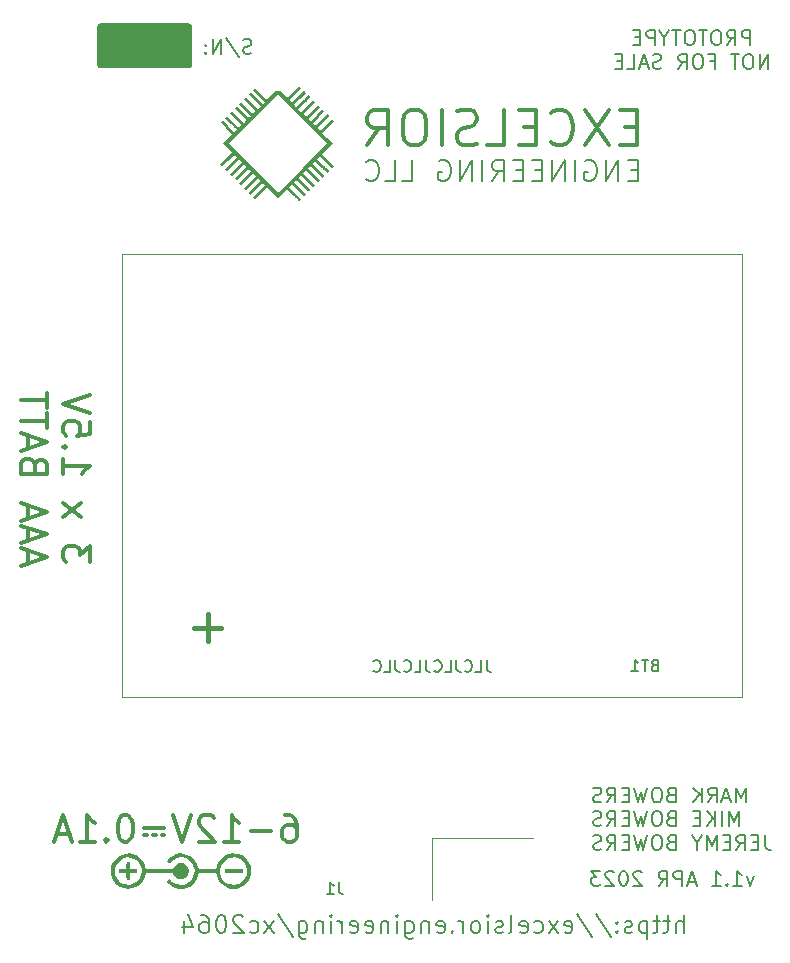
<source format=gbo>
G04 #@! TF.GenerationSoftware,KiCad,Pcbnew,6.0.10-86aedd382b~118~ubuntu22.04.1*
G04 #@! TF.CreationDate,2023-04-18T16:49:58-04:00*
G04 #@! TF.ProjectId,firstfpga-clock,66697273-7466-4706-9761-2d636c6f636b,rev?*
G04 #@! TF.SameCoordinates,Original*
G04 #@! TF.FileFunction,Legend,Bot*
G04 #@! TF.FilePolarity,Positive*
%FSLAX46Y46*%
G04 Gerber Fmt 4.6, Leading zero omitted, Abs format (unit mm)*
G04 Created by KiCad (PCBNEW 6.0.10-86aedd382b~118~ubuntu22.04.1) date 2023-04-18 16:49:58*
%MOMM*%
%LPD*%
G01*
G04 APERTURE LIST*
%ADD10C,0.200000*%
%ADD11C,0.300000*%
%ADD12C,0.153000*%
%ADD13C,0.150000*%
%ADD14C,0.450000*%
%ADD15C,0.120000*%
%ADD16C,6.000000*%
%ADD17C,2.100000*%
%ADD18C,1.750000*%
%ADD19C,1.700000*%
%ADD20O,1.300000X2.000000*%
%ADD21O,3.500000X2.200000*%
%ADD22R,2.500000X1.500000*%
%ADD23O,2.500000X1.500000*%
%ADD24R,1.700000X1.700000*%
%ADD25O,1.700000X1.700000*%
%ADD26R,4.700000X4.500000*%
%ADD27R,4.500000X4.900000*%
%ADD28R,2.600000X2.600000*%
%ADD29C,2.600000*%
G04 APERTURE END LIST*
D10*
X221940476Y-38559226D02*
X221940476Y-37309226D01*
X221464285Y-37309226D01*
X221345238Y-37368750D01*
X221285714Y-37428273D01*
X221226190Y-37547321D01*
X221226190Y-37725892D01*
X221285714Y-37844940D01*
X221345238Y-37904464D01*
X221464285Y-37963988D01*
X221940476Y-37963988D01*
X219976190Y-38559226D02*
X220392857Y-37963988D01*
X220690476Y-38559226D02*
X220690476Y-37309226D01*
X220214285Y-37309226D01*
X220095238Y-37368750D01*
X220035714Y-37428273D01*
X219976190Y-37547321D01*
X219976190Y-37725892D01*
X220035714Y-37844940D01*
X220095238Y-37904464D01*
X220214285Y-37963988D01*
X220690476Y-37963988D01*
X219202380Y-37309226D02*
X218964285Y-37309226D01*
X218845238Y-37368750D01*
X218726190Y-37487797D01*
X218666666Y-37725892D01*
X218666666Y-38142559D01*
X218726190Y-38380654D01*
X218845238Y-38499702D01*
X218964285Y-38559226D01*
X219202380Y-38559226D01*
X219321428Y-38499702D01*
X219440476Y-38380654D01*
X219500000Y-38142559D01*
X219500000Y-37725892D01*
X219440476Y-37487797D01*
X219321428Y-37368750D01*
X219202380Y-37309226D01*
X218309523Y-37309226D02*
X217595238Y-37309226D01*
X217952380Y-38559226D02*
X217952380Y-37309226D01*
X216940476Y-37309226D02*
X216702380Y-37309226D01*
X216583333Y-37368750D01*
X216464285Y-37487797D01*
X216404761Y-37725892D01*
X216404761Y-38142559D01*
X216464285Y-38380654D01*
X216583333Y-38499702D01*
X216702380Y-38559226D01*
X216940476Y-38559226D01*
X217059523Y-38499702D01*
X217178571Y-38380654D01*
X217238095Y-38142559D01*
X217238095Y-37725892D01*
X217178571Y-37487797D01*
X217059523Y-37368750D01*
X216940476Y-37309226D01*
X216047619Y-37309226D02*
X215333333Y-37309226D01*
X215690476Y-38559226D02*
X215690476Y-37309226D01*
X214678571Y-37963988D02*
X214678571Y-38559226D01*
X215095238Y-37309226D02*
X214678571Y-37963988D01*
X214261904Y-37309226D01*
X213845238Y-38559226D02*
X213845238Y-37309226D01*
X213369047Y-37309226D01*
X213250000Y-37368750D01*
X213190476Y-37428273D01*
X213130952Y-37547321D01*
X213130952Y-37725892D01*
X213190476Y-37844940D01*
X213250000Y-37904464D01*
X213369047Y-37963988D01*
X213845238Y-37963988D01*
X212595238Y-37904464D02*
X212178571Y-37904464D01*
X212000000Y-38559226D02*
X212595238Y-38559226D01*
X212595238Y-37309226D01*
X212000000Y-37309226D01*
X223458333Y-40571726D02*
X223458333Y-39321726D01*
X222744047Y-40571726D01*
X222744047Y-39321726D01*
X221910714Y-39321726D02*
X221672619Y-39321726D01*
X221553571Y-39381250D01*
X221434523Y-39500297D01*
X221375000Y-39738392D01*
X221375000Y-40155059D01*
X221434523Y-40393154D01*
X221553571Y-40512202D01*
X221672619Y-40571726D01*
X221910714Y-40571726D01*
X222029761Y-40512202D01*
X222148809Y-40393154D01*
X222208333Y-40155059D01*
X222208333Y-39738392D01*
X222148809Y-39500297D01*
X222029761Y-39381250D01*
X221910714Y-39321726D01*
X221017857Y-39321726D02*
X220303571Y-39321726D01*
X220660714Y-40571726D02*
X220660714Y-39321726D01*
X218517857Y-39916964D02*
X218934523Y-39916964D01*
X218934523Y-40571726D02*
X218934523Y-39321726D01*
X218339285Y-39321726D01*
X217625000Y-39321726D02*
X217386904Y-39321726D01*
X217267857Y-39381250D01*
X217148809Y-39500297D01*
X217089285Y-39738392D01*
X217089285Y-40155059D01*
X217148809Y-40393154D01*
X217267857Y-40512202D01*
X217386904Y-40571726D01*
X217625000Y-40571726D01*
X217744047Y-40512202D01*
X217863095Y-40393154D01*
X217922619Y-40155059D01*
X217922619Y-39738392D01*
X217863095Y-39500297D01*
X217744047Y-39381250D01*
X217625000Y-39321726D01*
X215839285Y-40571726D02*
X216255952Y-39976488D01*
X216553571Y-40571726D02*
X216553571Y-39321726D01*
X216077380Y-39321726D01*
X215958333Y-39381250D01*
X215898809Y-39440773D01*
X215839285Y-39559821D01*
X215839285Y-39738392D01*
X215898809Y-39857440D01*
X215958333Y-39916964D01*
X216077380Y-39976488D01*
X216553571Y-39976488D01*
X214410714Y-40512202D02*
X214232142Y-40571726D01*
X213934523Y-40571726D01*
X213815476Y-40512202D01*
X213755952Y-40452678D01*
X213696428Y-40333630D01*
X213696428Y-40214583D01*
X213755952Y-40095535D01*
X213815476Y-40036011D01*
X213934523Y-39976488D01*
X214172619Y-39916964D01*
X214291666Y-39857440D01*
X214351190Y-39797916D01*
X214410714Y-39678869D01*
X214410714Y-39559821D01*
X214351190Y-39440773D01*
X214291666Y-39381250D01*
X214172619Y-39321726D01*
X213875000Y-39321726D01*
X213696428Y-39381250D01*
X213220238Y-40214583D02*
X212625000Y-40214583D01*
X213339285Y-40571726D02*
X212922619Y-39321726D01*
X212505952Y-40571726D01*
X211494047Y-40571726D02*
X212089285Y-40571726D01*
X212089285Y-39321726D01*
X211077380Y-39916964D02*
X210660714Y-39916964D01*
X210482142Y-40571726D02*
X211077380Y-40571726D01*
X211077380Y-39321726D01*
X210482142Y-39321726D01*
D11*
X212382142Y-45485714D02*
X211382142Y-45485714D01*
X210953571Y-47057142D02*
X212382142Y-47057142D01*
X212382142Y-44057142D01*
X210953571Y-44057142D01*
X209953571Y-44057142D02*
X207953571Y-47057142D01*
X207953571Y-44057142D02*
X209953571Y-47057142D01*
X205096428Y-46771428D02*
X205239285Y-46914285D01*
X205667857Y-47057142D01*
X205953571Y-47057142D01*
X206382142Y-46914285D01*
X206667857Y-46628571D01*
X206810714Y-46342857D01*
X206953571Y-45771428D01*
X206953571Y-45342857D01*
X206810714Y-44771428D01*
X206667857Y-44485714D01*
X206382142Y-44200000D01*
X205953571Y-44057142D01*
X205667857Y-44057142D01*
X205239285Y-44200000D01*
X205096428Y-44342857D01*
X203810714Y-45485714D02*
X202810714Y-45485714D01*
X202382142Y-47057142D02*
X203810714Y-47057142D01*
X203810714Y-44057142D01*
X202382142Y-44057142D01*
X199667857Y-47057142D02*
X201096428Y-47057142D01*
X201096428Y-44057142D01*
X198810714Y-46914285D02*
X198382142Y-47057142D01*
X197667857Y-47057142D01*
X197382142Y-46914285D01*
X197239285Y-46771428D01*
X197096428Y-46485714D01*
X197096428Y-46200000D01*
X197239285Y-45914285D01*
X197382142Y-45771428D01*
X197667857Y-45628571D01*
X198239285Y-45485714D01*
X198525000Y-45342857D01*
X198667857Y-45200000D01*
X198810714Y-44914285D01*
X198810714Y-44628571D01*
X198667857Y-44342857D01*
X198525000Y-44200000D01*
X198239285Y-44057142D01*
X197525000Y-44057142D01*
X197096428Y-44200000D01*
X195810714Y-47057142D02*
X195810714Y-44057142D01*
X193810714Y-44057142D02*
X193239285Y-44057142D01*
X192953571Y-44200000D01*
X192667857Y-44485714D01*
X192525000Y-45057142D01*
X192525000Y-46057142D01*
X192667857Y-46628571D01*
X192953571Y-46914285D01*
X193239285Y-47057142D01*
X193810714Y-47057142D01*
X194096428Y-46914285D01*
X194382142Y-46628571D01*
X194525000Y-46057142D01*
X194525000Y-45057142D01*
X194382142Y-44485714D01*
X194096428Y-44200000D01*
X193810714Y-44057142D01*
X189525000Y-47057142D02*
X190525000Y-45628571D01*
X191239285Y-47057142D02*
X191239285Y-44057142D01*
X190096428Y-44057142D01*
X189810714Y-44200000D01*
X189667857Y-44342857D01*
X189525000Y-44628571D01*
X189525000Y-45057142D01*
X189667857Y-45342857D01*
X189810714Y-45485714D01*
X190096428Y-45628571D01*
X191239285Y-45628571D01*
D10*
X199619047Y-90652380D02*
X199619047Y-91366666D01*
X199666666Y-91509523D01*
X199761904Y-91604761D01*
X199904761Y-91652380D01*
X200000000Y-91652380D01*
X198666666Y-91652380D02*
X199142857Y-91652380D01*
X199142857Y-90652380D01*
X197761904Y-91557142D02*
X197809523Y-91604761D01*
X197952380Y-91652380D01*
X198047619Y-91652380D01*
X198190476Y-91604761D01*
X198285714Y-91509523D01*
X198333333Y-91414285D01*
X198380952Y-91223809D01*
X198380952Y-91080952D01*
X198333333Y-90890476D01*
X198285714Y-90795238D01*
X198190476Y-90700000D01*
X198047619Y-90652380D01*
X197952380Y-90652380D01*
X197809523Y-90700000D01*
X197761904Y-90747619D01*
X197047619Y-90652380D02*
X197047619Y-91366666D01*
X197095238Y-91509523D01*
X197190476Y-91604761D01*
X197333333Y-91652380D01*
X197428571Y-91652380D01*
X196095238Y-91652380D02*
X196571428Y-91652380D01*
X196571428Y-90652380D01*
X195190476Y-91557142D02*
X195238095Y-91604761D01*
X195380952Y-91652380D01*
X195476190Y-91652380D01*
X195619047Y-91604761D01*
X195714285Y-91509523D01*
X195761904Y-91414285D01*
X195809523Y-91223809D01*
X195809523Y-91080952D01*
X195761904Y-90890476D01*
X195714285Y-90795238D01*
X195619047Y-90700000D01*
X195476190Y-90652380D01*
X195380952Y-90652380D01*
X195238095Y-90700000D01*
X195190476Y-90747619D01*
X194476190Y-90652380D02*
X194476190Y-91366666D01*
X194523809Y-91509523D01*
X194619047Y-91604761D01*
X194761904Y-91652380D01*
X194857142Y-91652380D01*
X193523809Y-91652380D02*
X194000000Y-91652380D01*
X194000000Y-90652380D01*
X192619047Y-91557142D02*
X192666666Y-91604761D01*
X192809523Y-91652380D01*
X192904761Y-91652380D01*
X193047619Y-91604761D01*
X193142857Y-91509523D01*
X193190476Y-91414285D01*
X193238095Y-91223809D01*
X193238095Y-91080952D01*
X193190476Y-90890476D01*
X193142857Y-90795238D01*
X193047619Y-90700000D01*
X192904761Y-90652380D01*
X192809523Y-90652380D01*
X192666666Y-90700000D01*
X192619047Y-90747619D01*
X191904761Y-90652380D02*
X191904761Y-91366666D01*
X191952380Y-91509523D01*
X192047619Y-91604761D01*
X192190476Y-91652380D01*
X192285714Y-91652380D01*
X190952380Y-91652380D02*
X191428571Y-91652380D01*
X191428571Y-90652380D01*
X190047619Y-91557142D02*
X190095238Y-91604761D01*
X190238095Y-91652380D01*
X190333333Y-91652380D01*
X190476190Y-91604761D01*
X190571428Y-91509523D01*
X190619047Y-91414285D01*
X190666666Y-91223809D01*
X190666666Y-91080952D01*
X190619047Y-90890476D01*
X190571428Y-90795238D01*
X190476190Y-90700000D01*
X190333333Y-90652380D01*
X190238095Y-90652380D01*
X190095238Y-90700000D01*
X190047619Y-90747619D01*
X179714285Y-39255952D02*
X179535714Y-39315476D01*
X179238095Y-39315476D01*
X179119047Y-39255952D01*
X179059523Y-39196428D01*
X179000000Y-39077380D01*
X179000000Y-38958333D01*
X179059523Y-38839285D01*
X179119047Y-38779761D01*
X179238095Y-38720238D01*
X179476190Y-38660714D01*
X179595238Y-38601190D01*
X179654761Y-38541666D01*
X179714285Y-38422619D01*
X179714285Y-38303571D01*
X179654761Y-38184523D01*
X179595238Y-38125000D01*
X179476190Y-38065476D01*
X179178571Y-38065476D01*
X179000000Y-38125000D01*
X177571428Y-38005952D02*
X178642857Y-39613095D01*
X177154761Y-39315476D02*
X177154761Y-38065476D01*
X176440476Y-39315476D01*
X176440476Y-38065476D01*
X175845238Y-39196428D02*
X175785714Y-39255952D01*
X175845238Y-39315476D01*
X175904761Y-39255952D01*
X175845238Y-39196428D01*
X175845238Y-39315476D01*
X175845238Y-38541666D02*
X175785714Y-38601190D01*
X175845238Y-38660714D01*
X175904761Y-38601190D01*
X175845238Y-38541666D01*
X175845238Y-38660714D01*
D11*
X166043392Y-82367857D02*
X166043392Y-80975000D01*
X165186250Y-81725000D01*
X165186250Y-81403571D01*
X165079107Y-81189285D01*
X164971964Y-81082142D01*
X164757678Y-80975000D01*
X164221964Y-80975000D01*
X164007678Y-81082142D01*
X163900535Y-81189285D01*
X163793392Y-81403571D01*
X163793392Y-82046428D01*
X163900535Y-82260714D01*
X164007678Y-82367857D01*
X163793392Y-78510714D02*
X165293392Y-77332142D01*
X165293392Y-78510714D02*
X163793392Y-77332142D01*
X163793392Y-73582142D02*
X163793392Y-74867857D01*
X163793392Y-74225000D02*
X166043392Y-74225000D01*
X165721964Y-74439285D01*
X165507678Y-74653571D01*
X165400535Y-74867857D01*
X164007678Y-72617857D02*
X163900535Y-72510714D01*
X163793392Y-72617857D01*
X163900535Y-72725000D01*
X164007678Y-72617857D01*
X163793392Y-72617857D01*
X166043392Y-70475000D02*
X166043392Y-71546428D01*
X164971964Y-71653571D01*
X165079107Y-71546428D01*
X165186250Y-71332142D01*
X165186250Y-70796428D01*
X165079107Y-70582142D01*
X164971964Y-70475000D01*
X164757678Y-70367857D01*
X164221964Y-70367857D01*
X164007678Y-70475000D01*
X163900535Y-70582142D01*
X163793392Y-70796428D01*
X163793392Y-71332142D01*
X163900535Y-71546428D01*
X164007678Y-71653571D01*
X166043392Y-69725000D02*
X163793392Y-68975000D01*
X166043392Y-68225000D01*
X160813750Y-82475000D02*
X160813750Y-81403571D01*
X160170892Y-82689285D02*
X162420892Y-81939285D01*
X160170892Y-81189285D01*
X160813750Y-80546428D02*
X160813750Y-79475000D01*
X160170892Y-80760714D02*
X162420892Y-80010714D01*
X160170892Y-79260714D01*
X160813750Y-78617857D02*
X160813750Y-77546428D01*
X160170892Y-78832142D02*
X162420892Y-78082142D01*
X160170892Y-77332142D01*
X161349464Y-74117857D02*
X161242321Y-73796428D01*
X161135178Y-73689285D01*
X160920892Y-73582142D01*
X160599464Y-73582142D01*
X160385178Y-73689285D01*
X160278035Y-73796428D01*
X160170892Y-74010714D01*
X160170892Y-74867857D01*
X162420892Y-74867857D01*
X162420892Y-74117857D01*
X162313750Y-73903571D01*
X162206607Y-73796428D01*
X161992321Y-73689285D01*
X161778035Y-73689285D01*
X161563750Y-73796428D01*
X161456607Y-73903571D01*
X161349464Y-74117857D01*
X161349464Y-74867857D01*
X160813750Y-72725000D02*
X160813750Y-71653571D01*
X160170892Y-72939285D02*
X162420892Y-72189285D01*
X160170892Y-71439285D01*
X162420892Y-71010714D02*
X162420892Y-69725000D01*
X160170892Y-70367857D02*
X162420892Y-70367857D01*
X162420892Y-69296428D02*
X162420892Y-68010714D01*
X160170892Y-68653571D02*
X162420892Y-68653571D01*
D10*
X222228997Y-108921056D02*
X221931378Y-109754390D01*
X221633759Y-108921056D01*
X220502807Y-109754390D02*
X221217093Y-109754390D01*
X220859950Y-109754390D02*
X220859950Y-108504390D01*
X220978997Y-108682961D01*
X221098045Y-108802009D01*
X221217093Y-108861533D01*
X219967093Y-109635342D02*
X219907569Y-109694866D01*
X219967093Y-109754390D01*
X220026616Y-109694866D01*
X219967093Y-109635342D01*
X219967093Y-109754390D01*
X218717093Y-109754390D02*
X219431378Y-109754390D01*
X219074236Y-109754390D02*
X219074236Y-108504390D01*
X219193283Y-108682961D01*
X219312331Y-108802009D01*
X219431378Y-108861533D01*
X217288521Y-109397247D02*
X216693283Y-109397247D01*
X217407569Y-109754390D02*
X216990902Y-108504390D01*
X216574236Y-109754390D01*
X216157569Y-109754390D02*
X216157569Y-108504390D01*
X215681378Y-108504390D01*
X215562331Y-108563914D01*
X215502807Y-108623437D01*
X215443283Y-108742485D01*
X215443283Y-108921056D01*
X215502807Y-109040104D01*
X215562331Y-109099628D01*
X215681378Y-109159152D01*
X216157569Y-109159152D01*
X214193283Y-109754390D02*
X214609950Y-109159152D01*
X214907569Y-109754390D02*
X214907569Y-108504390D01*
X214431378Y-108504390D01*
X214312331Y-108563914D01*
X214252807Y-108623437D01*
X214193283Y-108742485D01*
X214193283Y-108921056D01*
X214252807Y-109040104D01*
X214312331Y-109099628D01*
X214431378Y-109159152D01*
X214907569Y-109159152D01*
X212764712Y-108623437D02*
X212705188Y-108563914D01*
X212586140Y-108504390D01*
X212288521Y-108504390D01*
X212169474Y-108563914D01*
X212109950Y-108623437D01*
X212050426Y-108742485D01*
X212050426Y-108861533D01*
X212109950Y-109040104D01*
X212824236Y-109754390D01*
X212050426Y-109754390D01*
X211276616Y-108504390D02*
X211157569Y-108504390D01*
X211038521Y-108563914D01*
X210978997Y-108623437D01*
X210919474Y-108742485D01*
X210859950Y-108980580D01*
X210859950Y-109278199D01*
X210919474Y-109516294D01*
X210978997Y-109635342D01*
X211038521Y-109694866D01*
X211157569Y-109754390D01*
X211276616Y-109754390D01*
X211395664Y-109694866D01*
X211455188Y-109635342D01*
X211514712Y-109516294D01*
X211574236Y-109278199D01*
X211574236Y-108980580D01*
X211514712Y-108742485D01*
X211455188Y-108623437D01*
X211395664Y-108563914D01*
X211276616Y-108504390D01*
X210383759Y-108623437D02*
X210324236Y-108563914D01*
X210205188Y-108504390D01*
X209907569Y-108504390D01*
X209788521Y-108563914D01*
X209728997Y-108623437D01*
X209669474Y-108742485D01*
X209669474Y-108861533D01*
X209728997Y-109040104D01*
X210443283Y-109754390D01*
X209669474Y-109754390D01*
X209252807Y-108504390D02*
X208478997Y-108504390D01*
X208895664Y-108980580D01*
X208717093Y-108980580D01*
X208598045Y-109040104D01*
X208538521Y-109099628D01*
X208478997Y-109218675D01*
X208478997Y-109516294D01*
X208538521Y-109635342D01*
X208598045Y-109694866D01*
X208717093Y-109754390D01*
X209074236Y-109754390D01*
X209193283Y-109694866D01*
X209252807Y-109635342D01*
X221594285Y-102692976D02*
X221594285Y-101442976D01*
X221177619Y-102335833D01*
X220760952Y-101442976D01*
X220760952Y-102692976D01*
X220225238Y-102335833D02*
X219630000Y-102335833D01*
X220344285Y-102692976D02*
X219927619Y-101442976D01*
X219510952Y-102692976D01*
X218380000Y-102692976D02*
X218796666Y-102097738D01*
X219094285Y-102692976D02*
X219094285Y-101442976D01*
X218618095Y-101442976D01*
X218499047Y-101502500D01*
X218439523Y-101562023D01*
X218380000Y-101681071D01*
X218380000Y-101859642D01*
X218439523Y-101978690D01*
X218499047Y-102038214D01*
X218618095Y-102097738D01*
X219094285Y-102097738D01*
X217844285Y-102692976D02*
X217844285Y-101442976D01*
X217130000Y-102692976D02*
X217665714Y-101978690D01*
X217130000Y-101442976D02*
X217844285Y-102157261D01*
X215225238Y-102038214D02*
X215046666Y-102097738D01*
X214987142Y-102157261D01*
X214927619Y-102276309D01*
X214927619Y-102454880D01*
X214987142Y-102573928D01*
X215046666Y-102633452D01*
X215165714Y-102692976D01*
X215641904Y-102692976D01*
X215641904Y-101442976D01*
X215225238Y-101442976D01*
X215106190Y-101502500D01*
X215046666Y-101562023D01*
X214987142Y-101681071D01*
X214987142Y-101800119D01*
X215046666Y-101919166D01*
X215106190Y-101978690D01*
X215225238Y-102038214D01*
X215641904Y-102038214D01*
X214153809Y-101442976D02*
X213915714Y-101442976D01*
X213796666Y-101502500D01*
X213677619Y-101621547D01*
X213618095Y-101859642D01*
X213618095Y-102276309D01*
X213677619Y-102514404D01*
X213796666Y-102633452D01*
X213915714Y-102692976D01*
X214153809Y-102692976D01*
X214272857Y-102633452D01*
X214391904Y-102514404D01*
X214451428Y-102276309D01*
X214451428Y-101859642D01*
X214391904Y-101621547D01*
X214272857Y-101502500D01*
X214153809Y-101442976D01*
X213201428Y-101442976D02*
X212903809Y-102692976D01*
X212665714Y-101800119D01*
X212427619Y-102692976D01*
X212130000Y-101442976D01*
X211653809Y-102038214D02*
X211237142Y-102038214D01*
X211058571Y-102692976D02*
X211653809Y-102692976D01*
X211653809Y-101442976D01*
X211058571Y-101442976D01*
X209808571Y-102692976D02*
X210225238Y-102097738D01*
X210522857Y-102692976D02*
X210522857Y-101442976D01*
X210046666Y-101442976D01*
X209927619Y-101502500D01*
X209868095Y-101562023D01*
X209808571Y-101681071D01*
X209808571Y-101859642D01*
X209868095Y-101978690D01*
X209927619Y-102038214D01*
X210046666Y-102097738D01*
X210522857Y-102097738D01*
X209332380Y-102633452D02*
X209153809Y-102692976D01*
X208856190Y-102692976D01*
X208737142Y-102633452D01*
X208677619Y-102573928D01*
X208618095Y-102454880D01*
X208618095Y-102335833D01*
X208677619Y-102216785D01*
X208737142Y-102157261D01*
X208856190Y-102097738D01*
X209094285Y-102038214D01*
X209213333Y-101978690D01*
X209272857Y-101919166D01*
X209332380Y-101800119D01*
X209332380Y-101681071D01*
X209272857Y-101562023D01*
X209213333Y-101502500D01*
X209094285Y-101442976D01*
X208796666Y-101442976D01*
X208618095Y-101502500D01*
X220999047Y-104705476D02*
X220999047Y-103455476D01*
X220582380Y-104348333D01*
X220165714Y-103455476D01*
X220165714Y-104705476D01*
X219570476Y-104705476D02*
X219570476Y-103455476D01*
X218975238Y-104705476D02*
X218975238Y-103455476D01*
X218260952Y-104705476D02*
X218796666Y-103991190D01*
X218260952Y-103455476D02*
X218975238Y-104169761D01*
X217725238Y-104050714D02*
X217308571Y-104050714D01*
X217130000Y-104705476D02*
X217725238Y-104705476D01*
X217725238Y-103455476D01*
X217130000Y-103455476D01*
X215225238Y-104050714D02*
X215046666Y-104110238D01*
X214987142Y-104169761D01*
X214927619Y-104288809D01*
X214927619Y-104467380D01*
X214987142Y-104586428D01*
X215046666Y-104645952D01*
X215165714Y-104705476D01*
X215641904Y-104705476D01*
X215641904Y-103455476D01*
X215225238Y-103455476D01*
X215106190Y-103515000D01*
X215046666Y-103574523D01*
X214987142Y-103693571D01*
X214987142Y-103812619D01*
X215046666Y-103931666D01*
X215106190Y-103991190D01*
X215225238Y-104050714D01*
X215641904Y-104050714D01*
X214153809Y-103455476D02*
X213915714Y-103455476D01*
X213796666Y-103515000D01*
X213677619Y-103634047D01*
X213618095Y-103872142D01*
X213618095Y-104288809D01*
X213677619Y-104526904D01*
X213796666Y-104645952D01*
X213915714Y-104705476D01*
X214153809Y-104705476D01*
X214272857Y-104645952D01*
X214391904Y-104526904D01*
X214451428Y-104288809D01*
X214451428Y-103872142D01*
X214391904Y-103634047D01*
X214272857Y-103515000D01*
X214153809Y-103455476D01*
X213201428Y-103455476D02*
X212903809Y-104705476D01*
X212665714Y-103812619D01*
X212427619Y-104705476D01*
X212130000Y-103455476D01*
X211653809Y-104050714D02*
X211237142Y-104050714D01*
X211058571Y-104705476D02*
X211653809Y-104705476D01*
X211653809Y-103455476D01*
X211058571Y-103455476D01*
X209808571Y-104705476D02*
X210225238Y-104110238D01*
X210522857Y-104705476D02*
X210522857Y-103455476D01*
X210046666Y-103455476D01*
X209927619Y-103515000D01*
X209868095Y-103574523D01*
X209808571Y-103693571D01*
X209808571Y-103872142D01*
X209868095Y-103991190D01*
X209927619Y-104050714D01*
X210046666Y-104110238D01*
X210522857Y-104110238D01*
X209332380Y-104645952D02*
X209153809Y-104705476D01*
X208856190Y-104705476D01*
X208737142Y-104645952D01*
X208677619Y-104586428D01*
X208618095Y-104467380D01*
X208618095Y-104348333D01*
X208677619Y-104229285D01*
X208737142Y-104169761D01*
X208856190Y-104110238D01*
X209094285Y-104050714D01*
X209213333Y-103991190D01*
X209272857Y-103931666D01*
X209332380Y-103812619D01*
X209332380Y-103693571D01*
X209272857Y-103574523D01*
X209213333Y-103515000D01*
X209094285Y-103455476D01*
X208796666Y-103455476D01*
X208618095Y-103515000D01*
X223201428Y-105467976D02*
X223201428Y-106360833D01*
X223260952Y-106539404D01*
X223380000Y-106658452D01*
X223558571Y-106717976D01*
X223677619Y-106717976D01*
X222606190Y-106063214D02*
X222189523Y-106063214D01*
X222010952Y-106717976D02*
X222606190Y-106717976D01*
X222606190Y-105467976D01*
X222010952Y-105467976D01*
X220760952Y-106717976D02*
X221177619Y-106122738D01*
X221475238Y-106717976D02*
X221475238Y-105467976D01*
X220999047Y-105467976D01*
X220880000Y-105527500D01*
X220820476Y-105587023D01*
X220760952Y-105706071D01*
X220760952Y-105884642D01*
X220820476Y-106003690D01*
X220880000Y-106063214D01*
X220999047Y-106122738D01*
X221475238Y-106122738D01*
X220225238Y-106063214D02*
X219808571Y-106063214D01*
X219630000Y-106717976D02*
X220225238Y-106717976D01*
X220225238Y-105467976D01*
X219630000Y-105467976D01*
X219094285Y-106717976D02*
X219094285Y-105467976D01*
X218677619Y-106360833D01*
X218260952Y-105467976D01*
X218260952Y-106717976D01*
X217427619Y-106122738D02*
X217427619Y-106717976D01*
X217844285Y-105467976D02*
X217427619Y-106122738D01*
X217010952Y-105467976D01*
X215225238Y-106063214D02*
X215046666Y-106122738D01*
X214987142Y-106182261D01*
X214927619Y-106301309D01*
X214927619Y-106479880D01*
X214987142Y-106598928D01*
X215046666Y-106658452D01*
X215165714Y-106717976D01*
X215641904Y-106717976D01*
X215641904Y-105467976D01*
X215225238Y-105467976D01*
X215106190Y-105527500D01*
X215046666Y-105587023D01*
X214987142Y-105706071D01*
X214987142Y-105825119D01*
X215046666Y-105944166D01*
X215106190Y-106003690D01*
X215225238Y-106063214D01*
X215641904Y-106063214D01*
X214153809Y-105467976D02*
X213915714Y-105467976D01*
X213796666Y-105527500D01*
X213677619Y-105646547D01*
X213618095Y-105884642D01*
X213618095Y-106301309D01*
X213677619Y-106539404D01*
X213796666Y-106658452D01*
X213915714Y-106717976D01*
X214153809Y-106717976D01*
X214272857Y-106658452D01*
X214391904Y-106539404D01*
X214451428Y-106301309D01*
X214451428Y-105884642D01*
X214391904Y-105646547D01*
X214272857Y-105527500D01*
X214153809Y-105467976D01*
X213201428Y-105467976D02*
X212903809Y-106717976D01*
X212665714Y-105825119D01*
X212427619Y-106717976D01*
X212130000Y-105467976D01*
X211653809Y-106063214D02*
X211237142Y-106063214D01*
X211058571Y-106717976D02*
X211653809Y-106717976D01*
X211653809Y-105467976D01*
X211058571Y-105467976D01*
X209808571Y-106717976D02*
X210225238Y-106122738D01*
X210522857Y-106717976D02*
X210522857Y-105467976D01*
X210046666Y-105467976D01*
X209927619Y-105527500D01*
X209868095Y-105587023D01*
X209808571Y-105706071D01*
X209808571Y-105884642D01*
X209868095Y-106003690D01*
X209927619Y-106063214D01*
X210046666Y-106122738D01*
X210522857Y-106122738D01*
X209332380Y-106658452D02*
X209153809Y-106717976D01*
X208856190Y-106717976D01*
X208737142Y-106658452D01*
X208677619Y-106598928D01*
X208618095Y-106479880D01*
X208618095Y-106360833D01*
X208677619Y-106241785D01*
X208737142Y-106182261D01*
X208856190Y-106122738D01*
X209094285Y-106063214D01*
X209213333Y-106003690D01*
X209272857Y-105944166D01*
X209332380Y-105825119D01*
X209332380Y-105706071D01*
X209272857Y-105587023D01*
X209213333Y-105527500D01*
X209094285Y-105467976D01*
X208796666Y-105467976D01*
X208618095Y-105527500D01*
X212424642Y-49171071D02*
X211822976Y-49171071D01*
X211565119Y-50116547D02*
X212424642Y-50116547D01*
X212424642Y-48311547D01*
X211565119Y-48311547D01*
X210791547Y-50116547D02*
X210791547Y-48311547D01*
X209760119Y-50116547D01*
X209760119Y-48311547D01*
X207955119Y-48397500D02*
X208127023Y-48311547D01*
X208384880Y-48311547D01*
X208642738Y-48397500D01*
X208814642Y-48569404D01*
X208900595Y-48741309D01*
X208986547Y-49085119D01*
X208986547Y-49342976D01*
X208900595Y-49686785D01*
X208814642Y-49858690D01*
X208642738Y-50030595D01*
X208384880Y-50116547D01*
X208212976Y-50116547D01*
X207955119Y-50030595D01*
X207869166Y-49944642D01*
X207869166Y-49342976D01*
X208212976Y-49342976D01*
X207095595Y-50116547D02*
X207095595Y-48311547D01*
X206236071Y-50116547D02*
X206236071Y-48311547D01*
X205204642Y-50116547D01*
X205204642Y-48311547D01*
X204345119Y-49171071D02*
X203743452Y-49171071D01*
X203485595Y-50116547D02*
X204345119Y-50116547D01*
X204345119Y-48311547D01*
X203485595Y-48311547D01*
X202712023Y-49171071D02*
X202110357Y-49171071D01*
X201852500Y-50116547D02*
X202712023Y-50116547D01*
X202712023Y-48311547D01*
X201852500Y-48311547D01*
X200047500Y-50116547D02*
X200649166Y-49257023D01*
X201078928Y-50116547D02*
X201078928Y-48311547D01*
X200391309Y-48311547D01*
X200219404Y-48397500D01*
X200133452Y-48483452D01*
X200047500Y-48655357D01*
X200047500Y-48913214D01*
X200133452Y-49085119D01*
X200219404Y-49171071D01*
X200391309Y-49257023D01*
X201078928Y-49257023D01*
X199273928Y-50116547D02*
X199273928Y-48311547D01*
X198414404Y-50116547D02*
X198414404Y-48311547D01*
X197382976Y-50116547D01*
X197382976Y-48311547D01*
X195577976Y-48397500D02*
X195749880Y-48311547D01*
X196007738Y-48311547D01*
X196265595Y-48397500D01*
X196437500Y-48569404D01*
X196523452Y-48741309D01*
X196609404Y-49085119D01*
X196609404Y-49342976D01*
X196523452Y-49686785D01*
X196437500Y-49858690D01*
X196265595Y-50030595D01*
X196007738Y-50116547D01*
X195835833Y-50116547D01*
X195577976Y-50030595D01*
X195492023Y-49944642D01*
X195492023Y-49342976D01*
X195835833Y-49342976D01*
X192483690Y-50116547D02*
X193343214Y-50116547D01*
X193343214Y-48311547D01*
X191022500Y-50116547D02*
X191882023Y-50116547D01*
X191882023Y-48311547D01*
X189389404Y-49944642D02*
X189475357Y-50030595D01*
X189733214Y-50116547D01*
X189905119Y-50116547D01*
X190162976Y-50030595D01*
X190334880Y-49858690D01*
X190420833Y-49686785D01*
X190506785Y-49342976D01*
X190506785Y-49085119D01*
X190420833Y-48741309D01*
X190334880Y-48569404D01*
X190162976Y-48397500D01*
X189905119Y-48311547D01*
X189733214Y-48311547D01*
X189475357Y-48397500D01*
X189389404Y-48483452D01*
D11*
X182532142Y-103767857D02*
X182960714Y-103767857D01*
X183175000Y-103875000D01*
X183282142Y-103982142D01*
X183496428Y-104303571D01*
X183603571Y-104732142D01*
X183603571Y-105589285D01*
X183496428Y-105803571D01*
X183389285Y-105910714D01*
X183175000Y-106017857D01*
X182746428Y-106017857D01*
X182532142Y-105910714D01*
X182425000Y-105803571D01*
X182317857Y-105589285D01*
X182317857Y-105053571D01*
X182425000Y-104839285D01*
X182532142Y-104732142D01*
X182746428Y-104625000D01*
X183175000Y-104625000D01*
X183389285Y-104732142D01*
X183496428Y-104839285D01*
X183603571Y-105053571D01*
X181353571Y-105160714D02*
X179639285Y-105160714D01*
X177389285Y-106017857D02*
X178675000Y-106017857D01*
X178032142Y-106017857D02*
X178032142Y-103767857D01*
X178246428Y-104089285D01*
X178460714Y-104303571D01*
X178675000Y-104410714D01*
X176532142Y-103982142D02*
X176425000Y-103875000D01*
X176210714Y-103767857D01*
X175675000Y-103767857D01*
X175460714Y-103875000D01*
X175353571Y-103982142D01*
X175246428Y-104196428D01*
X175246428Y-104410714D01*
X175353571Y-104732142D01*
X176639285Y-106017857D01*
X175246428Y-106017857D01*
X174603571Y-103767857D02*
X173853571Y-106017857D01*
X173103571Y-103767857D01*
X172353571Y-105482142D02*
X172139285Y-105482142D01*
X172353571Y-104839285D02*
X170639285Y-104839285D01*
X171603571Y-105482142D02*
X171389285Y-105482142D01*
X170853571Y-105482142D02*
X170639285Y-105482142D01*
X169139285Y-103767857D02*
X168925000Y-103767857D01*
X168710714Y-103875000D01*
X168603571Y-103982142D01*
X168496428Y-104196428D01*
X168389285Y-104625000D01*
X168389285Y-105160714D01*
X168496428Y-105589285D01*
X168603571Y-105803571D01*
X168710714Y-105910714D01*
X168925000Y-106017857D01*
X169139285Y-106017857D01*
X169353571Y-105910714D01*
X169460714Y-105803571D01*
X169567857Y-105589285D01*
X169675000Y-105160714D01*
X169675000Y-104625000D01*
X169567857Y-104196428D01*
X169460714Y-103982142D01*
X169353571Y-103875000D01*
X169139285Y-103767857D01*
X167425000Y-105803571D02*
X167317857Y-105910714D01*
X167425000Y-106017857D01*
X167532142Y-105910714D01*
X167425000Y-105803571D01*
X167425000Y-106017857D01*
X165175000Y-106017857D02*
X166460714Y-106017857D01*
X165817857Y-106017857D02*
X165817857Y-103767857D01*
X166032142Y-104089285D01*
X166246428Y-104303571D01*
X166460714Y-104410714D01*
X164317857Y-105375000D02*
X163246428Y-105375000D01*
X164532142Y-106017857D02*
X163782142Y-103767857D01*
X163032142Y-106017857D01*
D10*
X216303571Y-113753571D02*
X216303571Y-112253571D01*
X215660714Y-113753571D02*
X215660714Y-112967857D01*
X215732142Y-112825000D01*
X215875000Y-112753571D01*
X216089285Y-112753571D01*
X216232142Y-112825000D01*
X216303571Y-112896428D01*
X215160714Y-112753571D02*
X214589285Y-112753571D01*
X214946428Y-112253571D02*
X214946428Y-113539285D01*
X214875000Y-113682142D01*
X214732142Y-113753571D01*
X214589285Y-113753571D01*
X214303571Y-112753571D02*
X213732142Y-112753571D01*
X214089285Y-112253571D02*
X214089285Y-113539285D01*
X214017857Y-113682142D01*
X213875000Y-113753571D01*
X213732142Y-113753571D01*
X213232142Y-112753571D02*
X213232142Y-114253571D01*
X213232142Y-112825000D02*
X213089285Y-112753571D01*
X212803571Y-112753571D01*
X212660714Y-112825000D01*
X212589285Y-112896428D01*
X212517857Y-113039285D01*
X212517857Y-113467857D01*
X212589285Y-113610714D01*
X212660714Y-113682142D01*
X212803571Y-113753571D01*
X213089285Y-113753571D01*
X213232142Y-113682142D01*
X211946428Y-113682142D02*
X211803571Y-113753571D01*
X211517857Y-113753571D01*
X211375000Y-113682142D01*
X211303571Y-113539285D01*
X211303571Y-113467857D01*
X211375000Y-113325000D01*
X211517857Y-113253571D01*
X211732142Y-113253571D01*
X211875000Y-113182142D01*
X211946428Y-113039285D01*
X211946428Y-112967857D01*
X211875000Y-112825000D01*
X211732142Y-112753571D01*
X211517857Y-112753571D01*
X211375000Y-112825000D01*
X210660714Y-113610714D02*
X210589285Y-113682142D01*
X210660714Y-113753571D01*
X210732142Y-113682142D01*
X210660714Y-113610714D01*
X210660714Y-113753571D01*
X210660714Y-112825000D02*
X210589285Y-112896428D01*
X210660714Y-112967857D01*
X210732142Y-112896428D01*
X210660714Y-112825000D01*
X210660714Y-112967857D01*
X208875000Y-112182142D02*
X210160714Y-114110714D01*
X207303571Y-112182142D02*
X208589285Y-114110714D01*
X206232142Y-113682142D02*
X206374999Y-113753571D01*
X206660714Y-113753571D01*
X206803571Y-113682142D01*
X206874999Y-113539285D01*
X206874999Y-112967857D01*
X206803571Y-112825000D01*
X206660714Y-112753571D01*
X206374999Y-112753571D01*
X206232142Y-112825000D01*
X206160714Y-112967857D01*
X206160714Y-113110714D01*
X206874999Y-113253571D01*
X205660714Y-113753571D02*
X204874999Y-112753571D01*
X205660714Y-112753571D02*
X204874999Y-113753571D01*
X203660714Y-113682142D02*
X203803571Y-113753571D01*
X204089285Y-113753571D01*
X204232142Y-113682142D01*
X204303571Y-113610714D01*
X204374999Y-113467857D01*
X204374999Y-113039285D01*
X204303571Y-112896428D01*
X204232142Y-112825000D01*
X204089285Y-112753571D01*
X203803571Y-112753571D01*
X203660714Y-112825000D01*
X202446428Y-113682142D02*
X202589285Y-113753571D01*
X202874999Y-113753571D01*
X203017857Y-113682142D01*
X203089285Y-113539285D01*
X203089285Y-112967857D01*
X203017857Y-112825000D01*
X202874999Y-112753571D01*
X202589285Y-112753571D01*
X202446428Y-112825000D01*
X202374999Y-112967857D01*
X202374999Y-113110714D01*
X203089285Y-113253571D01*
X201517857Y-113753571D02*
X201660714Y-113682142D01*
X201732142Y-113539285D01*
X201732142Y-112253571D01*
X201017857Y-113682142D02*
X200874999Y-113753571D01*
X200589285Y-113753571D01*
X200446428Y-113682142D01*
X200374999Y-113539285D01*
X200374999Y-113467857D01*
X200446428Y-113325000D01*
X200589285Y-113253571D01*
X200803571Y-113253571D01*
X200946428Y-113182142D01*
X201017857Y-113039285D01*
X201017857Y-112967857D01*
X200946428Y-112825000D01*
X200803571Y-112753571D01*
X200589285Y-112753571D01*
X200446428Y-112825000D01*
X199732142Y-113753571D02*
X199732142Y-112753571D01*
X199732142Y-112253571D02*
X199803571Y-112325000D01*
X199732142Y-112396428D01*
X199660714Y-112325000D01*
X199732142Y-112253571D01*
X199732142Y-112396428D01*
X198803571Y-113753571D02*
X198946428Y-113682142D01*
X199017857Y-113610714D01*
X199089285Y-113467857D01*
X199089285Y-113039285D01*
X199017857Y-112896428D01*
X198946428Y-112825000D01*
X198803571Y-112753571D01*
X198589285Y-112753571D01*
X198446428Y-112825000D01*
X198374999Y-112896428D01*
X198303571Y-113039285D01*
X198303571Y-113467857D01*
X198374999Y-113610714D01*
X198446428Y-113682142D01*
X198589285Y-113753571D01*
X198803571Y-113753571D01*
X197660714Y-113753571D02*
X197660714Y-112753571D01*
X197660714Y-113039285D02*
X197589285Y-112896428D01*
X197517857Y-112825000D01*
X197374999Y-112753571D01*
X197232142Y-112753571D01*
X196732142Y-113610714D02*
X196660714Y-113682142D01*
X196732142Y-113753571D01*
X196803571Y-113682142D01*
X196732142Y-113610714D01*
X196732142Y-113753571D01*
X195446428Y-113682142D02*
X195589285Y-113753571D01*
X195874999Y-113753571D01*
X196017857Y-113682142D01*
X196089285Y-113539285D01*
X196089285Y-112967857D01*
X196017857Y-112825000D01*
X195874999Y-112753571D01*
X195589285Y-112753571D01*
X195446428Y-112825000D01*
X195374999Y-112967857D01*
X195374999Y-113110714D01*
X196089285Y-113253571D01*
X194732142Y-112753571D02*
X194732142Y-113753571D01*
X194732142Y-112896428D02*
X194660714Y-112825000D01*
X194517857Y-112753571D01*
X194303571Y-112753571D01*
X194160714Y-112825000D01*
X194089285Y-112967857D01*
X194089285Y-113753571D01*
X192732142Y-112753571D02*
X192732142Y-113967857D01*
X192803571Y-114110714D01*
X192874999Y-114182142D01*
X193017857Y-114253571D01*
X193232142Y-114253571D01*
X193374999Y-114182142D01*
X192732142Y-113682142D02*
X192874999Y-113753571D01*
X193160714Y-113753571D01*
X193303571Y-113682142D01*
X193374999Y-113610714D01*
X193446428Y-113467857D01*
X193446428Y-113039285D01*
X193374999Y-112896428D01*
X193303571Y-112825000D01*
X193160714Y-112753571D01*
X192874999Y-112753571D01*
X192732142Y-112825000D01*
X192017857Y-113753571D02*
X192017857Y-112753571D01*
X192017857Y-112253571D02*
X192089285Y-112325000D01*
X192017857Y-112396428D01*
X191946428Y-112325000D01*
X192017857Y-112253571D01*
X192017857Y-112396428D01*
X191303571Y-112753571D02*
X191303571Y-113753571D01*
X191303571Y-112896428D02*
X191232142Y-112825000D01*
X191089285Y-112753571D01*
X190874999Y-112753571D01*
X190732142Y-112825000D01*
X190660714Y-112967857D01*
X190660714Y-113753571D01*
X189374999Y-113682142D02*
X189517857Y-113753571D01*
X189803571Y-113753571D01*
X189946428Y-113682142D01*
X190017857Y-113539285D01*
X190017857Y-112967857D01*
X189946428Y-112825000D01*
X189803571Y-112753571D01*
X189517857Y-112753571D01*
X189374999Y-112825000D01*
X189303571Y-112967857D01*
X189303571Y-113110714D01*
X190017857Y-113253571D01*
X188089285Y-113682142D02*
X188232142Y-113753571D01*
X188517857Y-113753571D01*
X188660714Y-113682142D01*
X188732142Y-113539285D01*
X188732142Y-112967857D01*
X188660714Y-112825000D01*
X188517857Y-112753571D01*
X188232142Y-112753571D01*
X188089285Y-112825000D01*
X188017857Y-112967857D01*
X188017857Y-113110714D01*
X188732142Y-113253571D01*
X187374999Y-113753571D02*
X187374999Y-112753571D01*
X187374999Y-113039285D02*
X187303571Y-112896428D01*
X187232142Y-112825000D01*
X187089285Y-112753571D01*
X186946428Y-112753571D01*
X186446428Y-113753571D02*
X186446428Y-112753571D01*
X186446428Y-112253571D02*
X186517857Y-112325000D01*
X186446428Y-112396428D01*
X186374999Y-112325000D01*
X186446428Y-112253571D01*
X186446428Y-112396428D01*
X185732142Y-112753571D02*
X185732142Y-113753571D01*
X185732142Y-112896428D02*
X185660714Y-112825000D01*
X185517857Y-112753571D01*
X185303571Y-112753571D01*
X185160714Y-112825000D01*
X185089285Y-112967857D01*
X185089285Y-113753571D01*
X183732142Y-112753571D02*
X183732142Y-113967857D01*
X183803571Y-114110714D01*
X183874999Y-114182142D01*
X184017857Y-114253571D01*
X184232142Y-114253571D01*
X184374999Y-114182142D01*
X183732142Y-113682142D02*
X183874999Y-113753571D01*
X184160714Y-113753571D01*
X184303571Y-113682142D01*
X184374999Y-113610714D01*
X184446428Y-113467857D01*
X184446428Y-113039285D01*
X184374999Y-112896428D01*
X184303571Y-112825000D01*
X184160714Y-112753571D01*
X183874999Y-112753571D01*
X183732142Y-112825000D01*
X181946428Y-112182142D02*
X183232142Y-114110714D01*
X181589285Y-113753571D02*
X180803571Y-112753571D01*
X181589285Y-112753571D02*
X180803571Y-113753571D01*
X179589285Y-113682142D02*
X179732142Y-113753571D01*
X180017857Y-113753571D01*
X180160714Y-113682142D01*
X180232142Y-113610714D01*
X180303571Y-113467857D01*
X180303571Y-113039285D01*
X180232142Y-112896428D01*
X180160714Y-112825000D01*
X180017857Y-112753571D01*
X179732142Y-112753571D01*
X179589285Y-112825000D01*
X179017857Y-112396428D02*
X178946428Y-112325000D01*
X178803571Y-112253571D01*
X178446428Y-112253571D01*
X178303571Y-112325000D01*
X178232142Y-112396428D01*
X178160714Y-112539285D01*
X178160714Y-112682142D01*
X178232142Y-112896428D01*
X179089285Y-113753571D01*
X178160714Y-113753571D01*
X177232142Y-112253571D02*
X177089285Y-112253571D01*
X176946428Y-112325000D01*
X176874999Y-112396428D01*
X176803571Y-112539285D01*
X176732142Y-112825000D01*
X176732142Y-113182142D01*
X176803571Y-113467857D01*
X176874999Y-113610714D01*
X176946428Y-113682142D01*
X177089285Y-113753571D01*
X177232142Y-113753571D01*
X177374999Y-113682142D01*
X177446428Y-113610714D01*
X177517857Y-113467857D01*
X177589285Y-113182142D01*
X177589285Y-112825000D01*
X177517857Y-112539285D01*
X177446428Y-112396428D01*
X177374999Y-112325000D01*
X177232142Y-112253571D01*
X175446428Y-112253571D02*
X175732142Y-112253571D01*
X175874999Y-112325000D01*
X175946428Y-112396428D01*
X176089285Y-112610714D01*
X176160714Y-112896428D01*
X176160714Y-113467857D01*
X176089285Y-113610714D01*
X176017857Y-113682142D01*
X175874999Y-113753571D01*
X175589285Y-113753571D01*
X175446428Y-113682142D01*
X175374999Y-113610714D01*
X175303571Y-113467857D01*
X175303571Y-113110714D01*
X175374999Y-112967857D01*
X175446428Y-112896428D01*
X175589285Y-112825000D01*
X175874999Y-112825000D01*
X176017857Y-112896428D01*
X176089285Y-112967857D01*
X176160714Y-113110714D01*
X174017857Y-112753571D02*
X174017857Y-113753571D01*
X174374999Y-112182142D02*
X174732142Y-113253571D01*
X173803571Y-113253571D01*
D12*
X187108333Y-109452380D02*
X187108333Y-110166666D01*
X187155952Y-110309523D01*
X187251190Y-110404761D01*
X187394047Y-110452380D01*
X187489285Y-110452380D01*
X186108333Y-110452380D02*
X186679761Y-110452380D01*
X186394047Y-110452380D02*
X186394047Y-109452380D01*
X186489285Y-109595238D01*
X186584523Y-109690476D01*
X186679761Y-109738095D01*
D13*
X213835714Y-91078571D02*
X213692857Y-91126190D01*
X213645238Y-91173809D01*
X213597619Y-91269047D01*
X213597619Y-91411904D01*
X213645238Y-91507142D01*
X213692857Y-91554761D01*
X213788095Y-91602380D01*
X214169047Y-91602380D01*
X214169047Y-90602380D01*
X213835714Y-90602380D01*
X213740476Y-90650000D01*
X213692857Y-90697619D01*
X213645238Y-90792857D01*
X213645238Y-90888095D01*
X213692857Y-90983333D01*
X213740476Y-91030952D01*
X213835714Y-91078571D01*
X214169047Y-91078571D01*
X213311904Y-90602380D02*
X212740476Y-90602380D01*
X213026190Y-91602380D02*
X213026190Y-90602380D01*
X211883333Y-91602380D02*
X212454761Y-91602380D01*
X212169047Y-91602380D02*
X212169047Y-90602380D01*
X212264285Y-90745238D01*
X212359523Y-90840476D01*
X212454761Y-90888095D01*
D14*
X177142857Y-87914285D02*
X174857142Y-87914285D01*
X176000000Y-89057142D02*
X176000000Y-86771428D01*
G36*
X178104108Y-46132123D02*
G01*
X177599835Y-45627874D01*
X177095561Y-45123624D01*
X177180946Y-45038106D01*
X177266330Y-44952588D01*
X177770704Y-45456938D01*
X178275077Y-45961289D01*
X178386853Y-45849408D01*
X178415601Y-45820452D01*
X178441434Y-45794084D01*
X178463374Y-45771330D01*
X178480447Y-45753213D01*
X178491676Y-45740757D01*
X178496086Y-45734987D01*
X178496086Y-45734744D01*
X178491883Y-45730508D01*
X178480232Y-45718822D01*
X178461607Y-45700159D01*
X178436483Y-45674996D01*
X178405335Y-45643806D01*
X178368636Y-45607066D01*
X178326863Y-45565250D01*
X178280489Y-45518834D01*
X178229989Y-45468291D01*
X178175837Y-45414098D01*
X178118508Y-45356729D01*
X178058476Y-45296660D01*
X177996216Y-45234365D01*
X177992078Y-45230224D01*
X177490611Y-44728489D01*
X177576034Y-44643066D01*
X177661457Y-44557642D01*
X178165751Y-45061912D01*
X178670044Y-45566182D01*
X178783500Y-45452726D01*
X178896957Y-45339270D01*
X178392687Y-44834977D01*
X177888417Y-44330683D01*
X177973856Y-44245244D01*
X178059295Y-44159804D01*
X178563589Y-44664074D01*
X179067882Y-45168344D01*
X179181338Y-45054888D01*
X179294795Y-44941432D01*
X178790548Y-44437162D01*
X178286302Y-43932892D01*
X178370270Y-43848784D01*
X178454239Y-43764675D01*
X179462987Y-44773377D01*
X179576404Y-44659858D01*
X179689822Y-44546339D01*
X178681310Y-43537875D01*
X178766695Y-43452357D01*
X178852079Y-43366839D01*
X179356453Y-43871189D01*
X179860826Y-44375540D01*
X179971461Y-44264802D01*
X180000215Y-44235829D01*
X180026188Y-44209293D01*
X180048368Y-44186255D01*
X180065743Y-44167780D01*
X180077302Y-44154930D01*
X180082034Y-44148769D01*
X180082095Y-44148523D01*
X180078206Y-44143946D01*
X180066857Y-44131931D01*
X180048518Y-44112957D01*
X180023662Y-44087500D01*
X179992762Y-44056039D01*
X179956289Y-44019052D01*
X179914717Y-43977015D01*
X179868517Y-43930406D01*
X179818162Y-43879703D01*
X179764124Y-43825384D01*
X179706875Y-43767925D01*
X179646889Y-43707805D01*
X179584636Y-43645502D01*
X179580565Y-43641430D01*
X179079036Y-43139878D01*
X179163145Y-43055909D01*
X179247254Y-42971941D01*
X179751523Y-43476187D01*
X180255793Y-43980433D01*
X180482705Y-43753521D01*
X179978435Y-43249228D01*
X179474166Y-42744934D01*
X179559605Y-42659495D01*
X179645044Y-42574055D01*
X180149338Y-43078325D01*
X180653631Y-43582595D01*
X180767087Y-43469139D01*
X180880544Y-43355683D01*
X180376297Y-42851413D01*
X179872051Y-42347143D01*
X179956019Y-42263035D01*
X180039988Y-42178926D01*
X180544345Y-42683259D01*
X181048701Y-43187593D01*
X181401682Y-42834579D01*
X181754662Y-42481565D01*
X182174989Y-42481565D01*
X182455120Y-42761738D01*
X182735250Y-43041910D01*
X183746676Y-42030530D01*
X183917555Y-42201409D01*
X183411850Y-42707138D01*
X182906144Y-43212867D01*
X183130360Y-43436873D01*
X183633252Y-42934004D01*
X183695764Y-42871538D01*
X183756123Y-42811306D01*
X183813852Y-42753781D01*
X183868475Y-42699434D01*
X183919513Y-42648737D01*
X183966492Y-42602162D01*
X184008933Y-42560180D01*
X184046359Y-42523262D01*
X184078294Y-42491882D01*
X184104261Y-42466510D01*
X184123783Y-42447618D01*
X184136383Y-42435678D01*
X184141584Y-42431162D01*
X184141668Y-42431135D01*
X184147118Y-42434928D01*
X184159187Y-42445524D01*
X184176619Y-42461751D01*
X184198162Y-42482434D01*
X184222562Y-42506402D01*
X184229938Y-42513744D01*
X184312685Y-42596352D01*
X183806967Y-43102093D01*
X183301250Y-43607834D01*
X183414706Y-43721290D01*
X183528163Y-43834746D01*
X184031072Y-43331860D01*
X184093587Y-43269391D01*
X184153952Y-43209158D01*
X184211688Y-43151631D01*
X184266319Y-43097282D01*
X184317368Y-43046583D01*
X184364358Y-43000006D01*
X184406812Y-42958023D01*
X184444253Y-42921104D01*
X184476203Y-42889723D01*
X184502187Y-42864350D01*
X184521725Y-42845457D01*
X184534343Y-42833517D01*
X184539561Y-42829000D01*
X184539646Y-42828973D01*
X184545294Y-42832785D01*
X184557208Y-42843244D01*
X184573923Y-42858884D01*
X184593975Y-42878238D01*
X184615898Y-42899841D01*
X184638229Y-42922226D01*
X184659501Y-42943928D01*
X184678251Y-42963479D01*
X184693013Y-42979415D01*
X184702323Y-42990269D01*
X184704861Y-42994331D01*
X184700973Y-42998905D01*
X184689622Y-43010917D01*
X184671281Y-43029891D01*
X184646422Y-43055348D01*
X184615515Y-43086813D01*
X184579033Y-43123808D01*
X184537448Y-43165857D01*
X184491230Y-43212482D01*
X184440852Y-43263206D01*
X184386786Y-43317554D01*
X184329503Y-43375047D01*
X184269474Y-43435210D01*
X184207172Y-43497564D01*
X184201975Y-43502762D01*
X183699088Y-44005672D01*
X183812232Y-44118815D01*
X183925375Y-44231959D01*
X184936579Y-43220433D01*
X185021023Y-43304876D01*
X185105466Y-43389320D01*
X184599778Y-43895031D01*
X184094090Y-44400743D01*
X184207546Y-44514199D01*
X184321003Y-44627655D01*
X185332425Y-43616279D01*
X185503304Y-43787158D01*
X184997616Y-44292869D01*
X184491928Y-44798581D01*
X184718841Y-45025494D01*
X185224528Y-44519829D01*
X185730216Y-44014164D01*
X185814325Y-44098133D01*
X185898434Y-44182101D01*
X185392716Y-44687842D01*
X184886999Y-45193583D01*
X185113911Y-45420495D01*
X185616821Y-44917609D01*
X185679336Y-44855140D01*
X185739701Y-44794907D01*
X185797437Y-44737380D01*
X185852068Y-44683031D01*
X185903117Y-44632332D01*
X185950107Y-44585755D01*
X185992561Y-44543772D01*
X186030002Y-44506853D01*
X186061952Y-44475472D01*
X186087936Y-44450099D01*
X186107474Y-44431206D01*
X186120092Y-44419266D01*
X186125310Y-44414749D01*
X186125395Y-44414722D01*
X186131043Y-44418534D01*
X186142957Y-44428993D01*
X186159672Y-44444633D01*
X186179724Y-44463987D01*
X186201647Y-44485590D01*
X186223978Y-44507975D01*
X186245250Y-44529677D01*
X186264000Y-44549228D01*
X186278762Y-44565164D01*
X186288072Y-44576017D01*
X186290610Y-44580080D01*
X186286722Y-44584654D01*
X186275371Y-44596666D01*
X186257030Y-44615640D01*
X186232171Y-44641097D01*
X186201264Y-44672562D01*
X186164782Y-44709557D01*
X186123197Y-44751606D01*
X186076979Y-44798231D01*
X186026601Y-44848955D01*
X185972535Y-44903303D01*
X185915251Y-44960796D01*
X185855223Y-45020959D01*
X185792921Y-45083313D01*
X185787724Y-45088511D01*
X185284837Y-45591421D01*
X185398293Y-45704877D01*
X185511750Y-45818333D01*
X186017490Y-45312616D01*
X186523231Y-44806898D01*
X186607199Y-44891007D01*
X186691168Y-44975116D01*
X186185506Y-45480802D01*
X185679843Y-45986487D01*
X186142121Y-46448739D01*
X186604398Y-46910991D01*
X185688274Y-47827165D01*
X186189721Y-48328636D01*
X186691168Y-48830106D01*
X186607199Y-48914215D01*
X186523231Y-48998324D01*
X186021658Y-48496774D01*
X185520086Y-47995225D01*
X185406669Y-48108744D01*
X185293251Y-48222263D01*
X185791931Y-48720918D01*
X185854135Y-48783164D01*
X185914102Y-48843258D01*
X185971358Y-48900720D01*
X186025430Y-48955073D01*
X186075844Y-49005837D01*
X186122126Y-49052532D01*
X186163802Y-49094680D01*
X186200398Y-49131801D01*
X186231441Y-49163417D01*
X186256458Y-49189048D01*
X186274973Y-49208214D01*
X186286514Y-49220438D01*
X186290607Y-49225240D01*
X186290610Y-49225262D01*
X186286798Y-49230917D01*
X186276338Y-49242838D01*
X186260696Y-49259560D01*
X186241340Y-49279617D01*
X186219734Y-49301544D01*
X186197346Y-49323877D01*
X186175642Y-49345151D01*
X186156087Y-49363900D01*
X186140149Y-49378660D01*
X186129292Y-49387966D01*
X186125229Y-49390500D01*
X186120650Y-49386612D01*
X186108634Y-49375263D01*
X186089663Y-49356927D01*
X186064214Y-49332078D01*
X186032767Y-49301190D01*
X185995800Y-49264736D01*
X185953793Y-49223190D01*
X185907224Y-49177026D01*
X185856572Y-49126718D01*
X185802317Y-49072738D01*
X185744938Y-49015562D01*
X185684912Y-48955662D01*
X185622720Y-48893513D01*
X185621028Y-48891821D01*
X185122373Y-48393141D01*
X185008854Y-48506559D01*
X184895335Y-48619976D01*
X185396885Y-49121548D01*
X185898434Y-49623121D01*
X185814325Y-49707089D01*
X185730216Y-49791058D01*
X184727280Y-48788168D01*
X184613824Y-48901625D01*
X184500368Y-49015081D01*
X185001836Y-49516573D01*
X185503304Y-50018064D01*
X185417865Y-50103504D01*
X185332425Y-50188943D01*
X184830934Y-49687475D01*
X184329442Y-49186007D01*
X184102530Y-49412919D01*
X184603998Y-49914411D01*
X185105466Y-50415902D01*
X185021354Y-50500014D01*
X184937243Y-50584126D01*
X184435835Y-50082606D01*
X183934428Y-49581086D01*
X183820926Y-49694486D01*
X183707425Y-49807887D01*
X184206143Y-50306628D01*
X184268348Y-50368880D01*
X184328316Y-50428980D01*
X184385574Y-50486449D01*
X184439647Y-50540807D01*
X184490063Y-50591576D01*
X184536346Y-50638276D01*
X184578025Y-50680428D01*
X184614625Y-50717554D01*
X184645671Y-50749173D01*
X184670692Y-50774808D01*
X184689212Y-50793979D01*
X184700759Y-50806206D01*
X184704858Y-50811011D01*
X184704861Y-50811034D01*
X184701049Y-50816685D01*
X184690588Y-50828602D01*
X184674947Y-50845319D01*
X184655590Y-50865372D01*
X184633985Y-50887296D01*
X184611596Y-50909626D01*
X184589892Y-50930898D01*
X184570337Y-50949646D01*
X184554399Y-50964406D01*
X184543543Y-50973713D01*
X184539480Y-50976249D01*
X184534901Y-50972361D01*
X184522886Y-50961012D01*
X184503914Y-50942676D01*
X184478465Y-50917827D01*
X184447018Y-50886939D01*
X184410051Y-50850485D01*
X184368044Y-50808939D01*
X184321475Y-50762775D01*
X184270823Y-50712467D01*
X184216568Y-50658487D01*
X184159189Y-50601311D01*
X184099163Y-50541411D01*
X184036971Y-50479261D01*
X184035279Y-50477570D01*
X183536624Y-49978890D01*
X183423105Y-50092308D01*
X183309586Y-50205725D01*
X183811136Y-50707297D01*
X184312685Y-51208870D01*
X184229938Y-51291478D01*
X184204949Y-51316173D01*
X184182455Y-51337922D01*
X184163710Y-51355552D01*
X184149969Y-51367889D01*
X184142485Y-51373761D01*
X184141668Y-51374087D01*
X184137091Y-51370199D01*
X184125078Y-51358851D01*
X184106108Y-51340516D01*
X184080660Y-51315668D01*
X184049213Y-51284781D01*
X184012246Y-51248329D01*
X183970239Y-51206784D01*
X183923668Y-51160622D01*
X183873015Y-51110315D01*
X183818757Y-51056337D01*
X183761374Y-50999161D01*
X183701345Y-50939263D01*
X183639148Y-50877114D01*
X183637402Y-50875368D01*
X183138660Y-50376649D01*
X182914654Y-50600865D01*
X183416081Y-51102316D01*
X183917508Y-51603766D01*
X183833569Y-51687846D01*
X183808579Y-51712747D01*
X183786280Y-51734721D01*
X183767870Y-51752606D01*
X183754545Y-51765243D01*
X183747504Y-51771473D01*
X183746754Y-51771925D01*
X183742510Y-51768039D01*
X183730822Y-51756696D01*
X183712165Y-51738369D01*
X183687015Y-51713531D01*
X183655848Y-51682654D01*
X183619137Y-51646210D01*
X183577360Y-51604673D01*
X183530990Y-51558514D01*
X183480504Y-51508207D01*
X183426377Y-51454225D01*
X183369084Y-51397039D01*
X183309100Y-51337122D01*
X183246901Y-51274947D01*
X183243788Y-51271835D01*
X182743699Y-50771745D01*
X182355646Y-51159768D01*
X182300832Y-51214522D01*
X182248212Y-51266975D01*
X182198332Y-51316589D01*
X182151736Y-51362828D01*
X182108970Y-51405154D01*
X182070579Y-51443030D01*
X182037107Y-51475919D01*
X182009101Y-51503282D01*
X181987104Y-51524584D01*
X181971663Y-51539286D01*
X181963321Y-51546852D01*
X181961992Y-51547791D01*
X181957379Y-51543905D01*
X181945353Y-51532578D01*
X181926413Y-51514303D01*
X181901058Y-51489574D01*
X181869788Y-51458883D01*
X181833102Y-51422726D01*
X181791501Y-51381594D01*
X181745484Y-51335983D01*
X181695550Y-51286385D01*
X181642200Y-51233295D01*
X181585932Y-51177205D01*
X181527246Y-51118610D01*
X181496941Y-51088315D01*
X181037491Y-50628840D01*
X180537409Y-51128899D01*
X180037326Y-51628958D01*
X179953218Y-51544989D01*
X179869109Y-51461021D01*
X180369223Y-50960883D01*
X180869337Y-50460746D01*
X180755881Y-50347290D01*
X180642424Y-50233834D01*
X180142311Y-50733924D01*
X179642197Y-51234014D01*
X179556757Y-51148575D01*
X179471318Y-51063135D01*
X179971408Y-50563022D01*
X180471499Y-50062908D01*
X180358043Y-49949452D01*
X180244586Y-49835996D01*
X179744449Y-50336109D01*
X179244312Y-50836223D01*
X179160343Y-50752115D01*
X179076375Y-50668006D01*
X179576436Y-50167921D01*
X180076497Y-49667837D01*
X179963041Y-49554381D01*
X179849585Y-49440924D01*
X179349476Y-49941009D01*
X178849368Y-50441094D01*
X178678489Y-50270215D01*
X179678659Y-49269999D01*
X179451746Y-49043086D01*
X178451530Y-50043256D01*
X178367163Y-49958889D01*
X178282797Y-49874522D01*
X178782795Y-49374362D01*
X179282792Y-48874202D01*
X179169734Y-48761143D01*
X179056676Y-48648085D01*
X178056448Y-49648265D01*
X177971008Y-49562826D01*
X177885569Y-49477387D01*
X178385659Y-48977273D01*
X178885750Y-48477159D01*
X178772294Y-48363703D01*
X178658837Y-48250247D01*
X178158724Y-48750337D01*
X177658610Y-49250427D01*
X177573170Y-49164988D01*
X177487731Y-49079548D01*
X177987804Y-48579452D01*
X178487876Y-48079356D01*
X178375874Y-47967248D01*
X178263871Y-47855140D01*
X177763745Y-48355243D01*
X177263619Y-48855345D01*
X177092740Y-48684466D01*
X178092898Y-47684262D01*
X177707681Y-47299045D01*
X177322463Y-46913828D01*
X177325281Y-46911010D01*
X177812737Y-46911010D01*
X181973221Y-51071506D01*
X184053468Y-48991264D01*
X186133716Y-46911022D01*
X181973232Y-42750526D01*
X179892984Y-44830768D01*
X177812737Y-46911010D01*
X177325281Y-46911010D01*
X177713286Y-46522976D01*
X178104108Y-46132123D01*
G37*
G36*
X178967108Y-108651423D02*
G01*
X177466833Y-108651423D01*
X177466833Y-108372302D01*
X178967108Y-108372302D01*
X178967108Y-108651423D01*
G37*
G36*
X169442108Y-108372302D02*
G01*
X170035240Y-108372302D01*
X170035240Y-108651423D01*
X169442108Y-108651423D01*
X169442108Y-109283457D01*
X169293825Y-109272729D01*
X169145542Y-109262000D01*
X169135461Y-108956712D01*
X169125380Y-108651423D01*
X168534965Y-108651423D01*
X168534965Y-108372302D01*
X169125380Y-108372302D01*
X169135461Y-108067014D01*
X169145542Y-107761725D01*
X169293825Y-107750997D01*
X169442108Y-107740268D01*
X169442108Y-108372302D01*
G37*
G36*
X179585968Y-109100411D02*
G01*
X179474196Y-109312681D01*
X179432285Y-109376312D01*
X179228125Y-109614729D01*
X178981051Y-109800262D01*
X178697808Y-109929053D01*
X178385139Y-109997243D01*
X178339130Y-110001757D01*
X178018535Y-109995768D01*
X177717563Y-109926315D01*
X177443310Y-109798580D01*
X177202873Y-109617747D01*
X177003348Y-109388999D01*
X176851829Y-109117517D01*
X176764904Y-108851990D01*
X176718274Y-108651423D01*
X175249322Y-108651423D01*
X175186283Y-108896135D01*
X175077064Y-109190589D01*
X174916066Y-109445575D01*
X174711414Y-109657415D01*
X174471231Y-109822430D01*
X174203642Y-109936941D01*
X173916771Y-109997268D01*
X173618743Y-109999734D01*
X173317683Y-109940659D01*
X173083535Y-109848299D01*
X172982193Y-109788656D01*
X172866712Y-109705623D01*
X172751295Y-109611512D01*
X172650146Y-109518638D01*
X172577468Y-109439312D01*
X172547463Y-109385849D01*
X172547328Y-109383441D01*
X172573725Y-109346094D01*
X172640068Y-109289813D01*
X172672580Y-109266630D01*
X172797833Y-109181519D01*
X172914943Y-109311145D01*
X173015052Y-109403241D01*
X173142580Y-109496556D01*
X173217094Y-109541592D01*
X173328285Y-109595456D01*
X173436388Y-109628837D01*
X173567519Y-109647921D01*
X173704042Y-109656931D01*
X173860599Y-109661887D01*
X173973269Y-109656120D01*
X174067617Y-109635650D01*
X174169211Y-109596502D01*
X174209949Y-109578228D01*
X174451022Y-109433520D01*
X174643546Y-109247652D01*
X174785480Y-109030181D01*
X174874781Y-108790667D01*
X174909409Y-108538665D01*
X174898066Y-108407749D01*
X177075813Y-108407749D01*
X177078455Y-108660588D01*
X177134803Y-108909217D01*
X177247018Y-109143493D01*
X177390154Y-109326072D01*
X177583300Y-109488364D01*
X177800050Y-109593623D01*
X178053660Y-109647610D01*
X178147191Y-109655130D01*
X178314416Y-109659083D01*
X178444220Y-109647308D01*
X178567976Y-109615745D01*
X178635652Y-109591924D01*
X178868828Y-109470635D01*
X179058958Y-109302986D01*
X179203993Y-109099083D01*
X179301881Y-108869036D01*
X179350573Y-108622952D01*
X179348017Y-108370939D01*
X179292162Y-108123106D01*
X179180958Y-107889560D01*
X179021596Y-107689547D01*
X178804451Y-107519610D01*
X178557732Y-107409075D01*
X178291726Y-107360069D01*
X178016720Y-107374719D01*
X177792641Y-107435379D01*
X177559134Y-107557135D01*
X177368539Y-107725393D01*
X177223014Y-107930009D01*
X177124719Y-108160842D01*
X177075813Y-108407749D01*
X174898066Y-108407749D01*
X174887321Y-108283734D01*
X174806477Y-108035432D01*
X174664833Y-107803316D01*
X174604354Y-107731847D01*
X174390669Y-107545609D01*
X174151773Y-107420352D01*
X173896980Y-107356418D01*
X173635607Y-107354148D01*
X173376969Y-107413885D01*
X173130382Y-107535970D01*
X172955997Y-107671374D01*
X172868939Y-107747029D01*
X172800412Y-107798275D01*
X172770212Y-107812806D01*
X172725050Y-107791654D01*
X172653392Y-107741105D01*
X172638137Y-107728895D01*
X172537050Y-107646238D01*
X172614920Y-107546976D01*
X172806367Y-107353727D01*
X173044009Y-107194570D01*
X173307523Y-107082509D01*
X173367858Y-107065230D01*
X173680290Y-107017505D01*
X173985414Y-107034426D01*
X174275123Y-107111255D01*
X174541307Y-107243256D01*
X174775858Y-107425691D01*
X174970670Y-107653825D01*
X175117633Y-107922919D01*
X175186283Y-108127590D01*
X175249322Y-108372302D01*
X176718274Y-108372302D01*
X176764904Y-108171735D01*
X176808697Y-108021840D01*
X176867501Y-107866709D01*
X176898482Y-107799584D01*
X176996969Y-107645646D01*
X177133842Y-107483873D01*
X177288712Y-107335126D01*
X177441189Y-107220267D01*
X177494567Y-107189690D01*
X177789035Y-107076329D01*
X178102830Y-107022147D01*
X178418406Y-107029052D01*
X178617361Y-107067520D01*
X178906734Y-107179568D01*
X179158981Y-107346055D01*
X179368799Y-107559313D01*
X179530882Y-107811679D01*
X179639924Y-108095487D01*
X179690620Y-108403072D01*
X179689457Y-108616533D01*
X179688600Y-108622952D01*
X179654640Y-108877465D01*
X179585968Y-109100411D01*
G37*
G36*
X174385515Y-108803223D02*
G01*
X174358334Y-108859141D01*
X174230724Y-109018857D01*
X174060689Y-109134179D01*
X173864059Y-109199126D01*
X173656663Y-109207719D01*
X173515357Y-109177597D01*
X173385432Y-109108344D01*
X173256732Y-108997105D01*
X173152667Y-108867138D01*
X173104038Y-108768898D01*
X173065268Y-108651423D01*
X170775855Y-108651423D01*
X170753262Y-108802086D01*
X170704092Y-108986635D01*
X170615268Y-109190392D01*
X170500057Y-109387084D01*
X170379711Y-109541886D01*
X170147536Y-109743921D01*
X169879296Y-109890903D01*
X169585279Y-109979939D01*
X169275774Y-110008137D01*
X168961071Y-109972604D01*
X168899919Y-109957988D01*
X168614410Y-109850611D01*
X168368433Y-109692714D01*
X168164214Y-109492743D01*
X168003975Y-109259147D01*
X167889941Y-109000373D01*
X167824335Y-108724869D01*
X167818427Y-108612756D01*
X168151597Y-108612756D01*
X168203393Y-108871378D01*
X168308134Y-109109771D01*
X168461516Y-109317785D01*
X168659230Y-109485274D01*
X168867503Y-109591473D01*
X169093985Y-109647850D01*
X169341100Y-109660983D01*
X169583394Y-109631810D01*
X169795418Y-109561266D01*
X169804091Y-109557008D01*
X169981724Y-109444024D01*
X170147158Y-109295585D01*
X170277326Y-109133705D01*
X170314415Y-109069998D01*
X170399694Y-108832361D01*
X170433524Y-108568709D01*
X170415921Y-108300150D01*
X170346899Y-108047795D01*
X170313674Y-107973346D01*
X170166704Y-107751779D01*
X169974187Y-107575807D01*
X169746472Y-107449253D01*
X169493911Y-107375941D01*
X169226851Y-107359694D01*
X168955643Y-107404335D01*
X168859113Y-107436000D01*
X168653197Y-107545871D01*
X168464549Y-107707305D01*
X168311258Y-107902091D01*
X168224072Y-108075412D01*
X168157055Y-108344051D01*
X168151597Y-108612756D01*
X167818427Y-108612756D01*
X167809380Y-108441082D01*
X167847301Y-108157460D01*
X167940320Y-107882450D01*
X168090662Y-107624501D01*
X168239737Y-107449961D01*
X168483590Y-107252677D01*
X168760266Y-107112796D01*
X169059057Y-107033180D01*
X169369259Y-107016692D01*
X169677593Y-107065498D01*
X169945446Y-107161486D01*
X170176180Y-107300286D01*
X170319270Y-107420792D01*
X170452610Y-107573098D01*
X170576423Y-107763578D01*
X170677250Y-107967527D01*
X170741634Y-108160241D01*
X170752400Y-108215889D01*
X170775855Y-108372302D01*
X173065268Y-108372302D01*
X173104810Y-108252489D01*
X173173050Y-108129698D01*
X173286640Y-108007133D01*
X173423989Y-107904729D01*
X173541939Y-107848871D01*
X173735604Y-107819121D01*
X173937021Y-107846390D01*
X174124672Y-107924650D01*
X174277036Y-108047873D01*
X174284965Y-108057010D01*
X174380202Y-108218785D01*
X174430106Y-108412380D01*
X174432014Y-108568709D01*
X174432577Y-108614844D01*
X174385515Y-108803223D01*
G37*
D15*
X195000000Y-105725000D02*
X203575000Y-105725000D01*
X195000000Y-105725000D02*
X195000000Y-111000000D01*
X221250000Y-56250000D02*
X168750000Y-56250000D01*
X221250000Y-93750000D02*
X168750000Y-93750000D01*
X168750000Y-56250000D02*
X168750000Y-93750000D01*
X221250000Y-56250000D02*
X221250000Y-93750000D01*
G36*
X174521288Y-36768954D02*
G01*
X174602070Y-36822930D01*
X174656046Y-36903712D01*
X174675000Y-36999000D01*
X174675000Y-40251000D01*
X174656046Y-40346288D01*
X174602070Y-40427070D01*
X174521288Y-40481046D01*
X174426000Y-40500000D01*
X166924000Y-40500000D01*
X166828712Y-40481046D01*
X166747930Y-40427070D01*
X166693954Y-40346288D01*
X166675000Y-40251000D01*
X166675000Y-36999000D01*
X166693954Y-36903712D01*
X166747930Y-36822930D01*
X166828712Y-36768954D01*
X166924000Y-36750000D01*
X174426000Y-36750000D01*
X174521288Y-36768954D01*
G37*
%LPC*%
G36*
X182202038Y-44931270D02*
G01*
X182926252Y-45655500D01*
X181822391Y-46759350D01*
X180718531Y-47863200D01*
X179270079Y-46414748D01*
X179676308Y-46008519D01*
X180189017Y-46521206D01*
X180701727Y-47033893D01*
X181197599Y-46538021D01*
X180760560Y-46100955D01*
X180323520Y-45663889D01*
X180710152Y-45277257D01*
X181147184Y-45714316D01*
X181584215Y-46151375D01*
X181840593Y-45895043D01*
X182096970Y-45638711D01*
X181584248Y-45125967D01*
X181071527Y-44613223D01*
X181274676Y-44410132D01*
X181477824Y-44207041D01*
X182202038Y-44931270D01*
G37*
G36*
X183997430Y-46727986D02*
G01*
X184721644Y-47452216D01*
X183617783Y-48556066D01*
X182513923Y-49659916D01*
X181065471Y-48211464D01*
X181471700Y-47805235D01*
X181984409Y-48317922D01*
X182497119Y-48830609D01*
X182992991Y-48334737D01*
X182555952Y-47897671D01*
X182118912Y-47460605D01*
X182505544Y-47073973D01*
X182942576Y-47511032D01*
X183379607Y-47948091D01*
X183635985Y-47691759D01*
X183892362Y-47435427D01*
X183379640Y-46922683D01*
X182866919Y-46409939D01*
X183070068Y-46206848D01*
X183273216Y-46003757D01*
X183997430Y-46727986D01*
G37*
D16*
X230000000Y-110000000D03*
X160000000Y-40000000D03*
X230000000Y-40000000D03*
X160000000Y-110000000D03*
D17*
X229447500Y-77900000D03*
X229447500Y-84910000D03*
D18*
X231937500Y-79150000D03*
X231937500Y-83650000D03*
D19*
X208970000Y-99470000D03*
X208970000Y-71530000D03*
D20*
X202620000Y-38780000D03*
X200080000Y-38780000D03*
X197540000Y-38780000D03*
X195000000Y-38780000D03*
X192460000Y-38780000D03*
X189920000Y-38780000D03*
X187380000Y-38780000D03*
X187380000Y-54020000D03*
X189920000Y-54020000D03*
X192460000Y-54020000D03*
X195000000Y-54020000D03*
X197540000Y-54020000D03*
X200080000Y-54020000D03*
X202620000Y-54020000D03*
D21*
X157850000Y-92650000D03*
X157850000Y-100850000D03*
D22*
X157850000Y-94750000D03*
D23*
X157850000Y-96750000D03*
X157850000Y-98750000D03*
D24*
X230700000Y-66875000D03*
D25*
X230700000Y-64335000D03*
X230700000Y-61795000D03*
X230700000Y-59255000D03*
X230700000Y-56715000D03*
X230700000Y-54175000D03*
X230700000Y-51635000D03*
X230700000Y-49095000D03*
D17*
X229397500Y-93025000D03*
X229397500Y-100035000D03*
D18*
X231887500Y-94275000D03*
X231887500Y-98775000D03*
D26*
X188450000Y-105725000D03*
D27*
X193750000Y-98575000D03*
X199800000Y-98575000D03*
D28*
X171280000Y-87000000D03*
D29*
X171280000Y-74300000D03*
M02*

</source>
